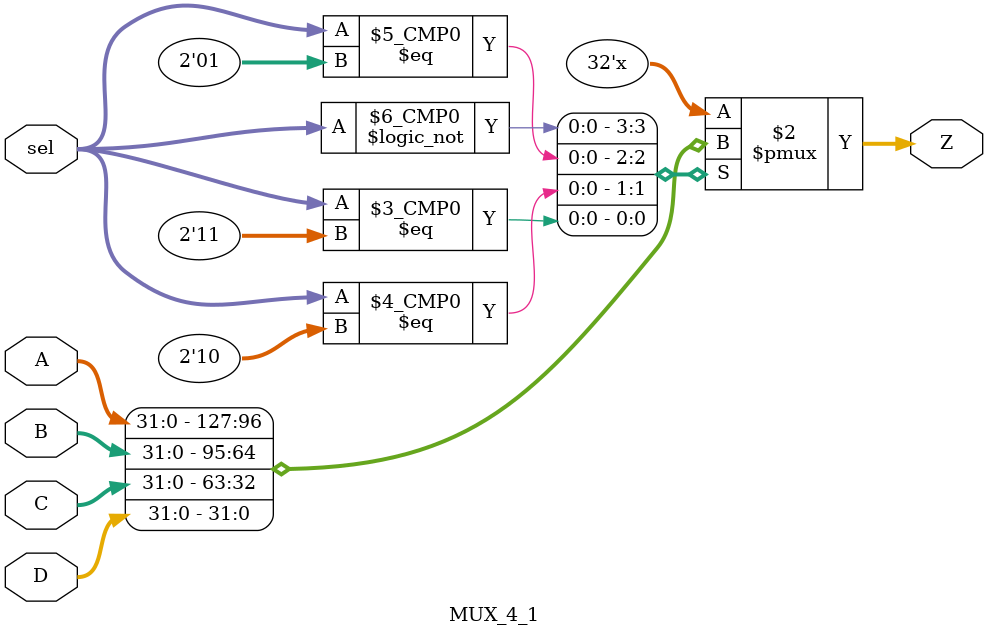
<source format=v>
module MUX_4_1 #(parameter N = 32)(
	input [N-1:0] A,B,C,D,
	input [1:0]sel,
	output reg [N-1:0] Z
);
always @ (*)
begin
	case (sel)
	2'b00:Z=A;
	2'b01:Z=B;
	2'b10:Z=C;
	2'b11:Z=D;
	default:Z=A;
	endcase
end
endmodule
</source>
